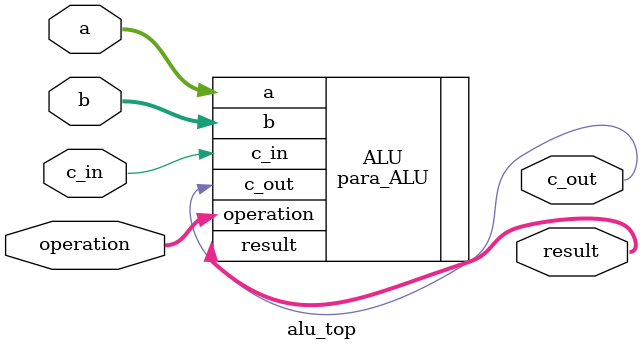
<source format=v>
`timescale 1ns / 1ns
module alu_top(
	input [W-1:0] a, b,
	input c_in,
	input [2:0] operation,
	output [W-1:0] result,
	output c_out
);
parameter W = 32;

para_ALU
#(.W(W))
ALU
(
	.a(a),
	.b(b),
	.c_in(c_in),
	.operation(operation),
	.result(result),
	.c_out(c_out)
);


endmodule

</source>
